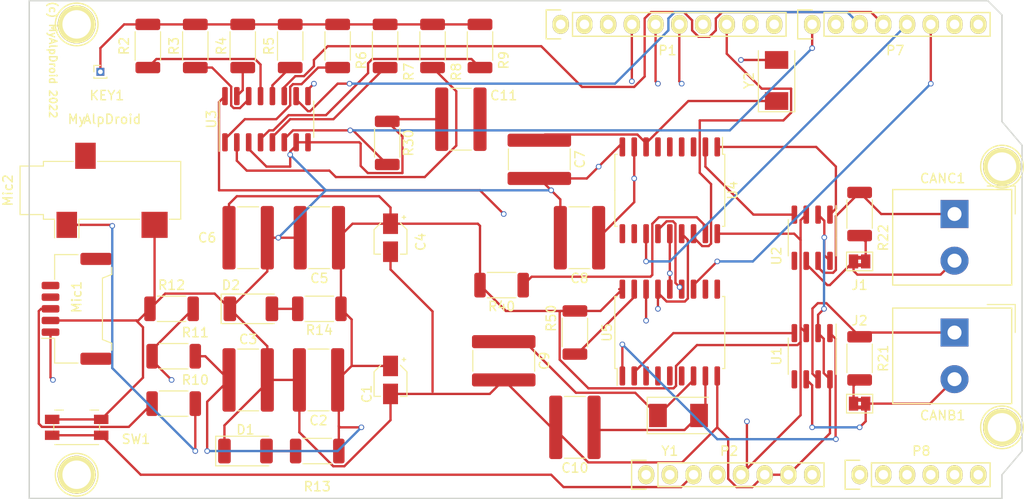
<source format=kicad_pcb>
(kicad_pcb (version 20211014) (generator pcbnew)
  (title_block (title "MyAlpdroid") (date "2022-02-26") (rev "1.0") (company "github.com/myalpdroid"))
  (layers (0 "F.Cu" signal) (1 "In1.Cu" signal) (2 "In2.Cu" signal) (31 "B.Cu" signal) (34 "B.Paste" user) (35 "F.Paste" user) (36 "B.SilkS" user "B.Silkscreen") (37 "F.SilkS" user "F.Silkscreen") (38 "B.Mask" user) (39 "F.Mask" user) (44 "Edge.Cuts" user))
  (net 0 "")
  (net 1 "/IOREF")
  (net 2 "/Reset")
  (net 3 "+5V")
  (net 4 "GND")
  (net 5 "/Vin")
  (net 6 "/11(MOSI)")
  (net 7 "Net-(C7-Pad1)")
  (net 8 "/10(CS CAN 1)")
  (net 9 "/9(CS CAN 0)")
  (net 10 "/7 (KEY 1 Enabler)")
  (net 11 "/6 (Data 2)")
  (net 12 "/3(**)")
  (net 13 "/2")
  (net 14 "Net-(C8-Pad1)")
  (net 15 "Net-(C10-Pad1)")
  (net 16 "Net-(CANB1-Pad1)")
  (net 17 "Net-(CANB1-Pad2)")
  (net 18 "Net-(CANC1-Pad1)")
  (net 19 "Net-(CANC1-Pad2)")
  (net 20 "/13(SCK)")
  (net 21 "Net-(D1-Pad2)")
  (net 22 "Net-(D2-Pad2)")
  (net 23 "/12(MISO)")
  (net 24 "Net-(J1-Pad2)")
  (net 25 "Net-(J2-Pad2)")
  (net 26 "Net-(Mic2-PadS)")
  (net 27 "/5 (Data 1)")
  (net 28 "/4 (Data 0)")
  (net 37 "Net-(R2-Pad2)")
  (net 38 "Net-(R3-Pad1)")
  (net 39 "Net-(R4-Pad1)")
  (net 40 "Net-(R5-Pad1)")
  (net 41 "Net-(R6-Pad1)")
  (net 42 "Net-(R7-Pad1)")
  (net 43 "Net-(R8-Pad1)")
  (net 44 "Net-(R9-Pad1)")
  (net 45 "Net-(R40-Pad1)")
  (net 46 "Net-(R50-Pad1)")
  (net 47 "Net-(U1-Pad1)")
  (net 48 "Net-(U1-Pad4)")
  (net 50 "Net-(U2-Pad1)")
  (net 51 "Net-(U2-Pad4)")
  (net 66 "Net-(Mic1-Pad3)")
  (net 67 "Net-(Mic1-Pad1)")
  (net 77 "Net-(C9-Pad1)")
  (net 78 "Net-(KEY1-Pad1)")
  (footprint "Socket_Arduino_Uno:Socket_Strip_Arduino_1x08" (layer "F.Cu") (at 138.938 123.825)
    (fp_text reference "P2")
    (fp_text value "Power")
  )
  (footprint "Socket_Arduino_Uno:Socket_Strip_Arduino_1x06" (layer "F.Cu") (at 161.798 123.825)
    (fp_text reference "P8")
    (fp_text value "Analog")
  )
  (footprint "Socket_Arduino_Uno:Socket_Strip_Arduino_1x10" (layer "F.Cu") (at 129.794 75.565)
    (fp_text reference "P1")
    (fp_text value "Digital")
  )
  (footprint "Socket_Arduino_Uno:Socket_Strip_Arduino_1x08" (layer "F.Cu") (at 156.718 75.565)
    (fp_text reference "P7")
    (fp_text value "Digital")
  )
  (footprint "Socket_Arduino_Uno:Arduino_1pin" (layer "F.Cu") (at 77.978 123.825)
    (fp_text reference "P3" hide)
    (fp_text value "CONN_01X01" hide)
  )
  (footprint "Socket_Arduino_Uno:Arduino_1pin" (layer "F.Cu") (at 177.038 118.745)
    (fp_text reference "P4" hide)
    (fp_text value "CONN_01X01" hide)
  )
  (footprint "Socket_Arduino_Uno:Arduino_1pin" (layer "F.Cu") (at 77.978 75.565)
    (fp_text reference "P5" hide)
    (fp_text value "CONN_01X01" hide)
  )
  (footprint "Socket_Arduino_Uno:Arduino_1pin" (layer "F.Cu") (at 177.038 90.805)
    (fp_text reference "P6" hide)
    (fp_text value "CONN_01X01" hide)
  )
  (footprint "Capacitor_SMD:CP_Elec_3x5.3" (layer "F.Cu") (at 111.578 98.425 -90)
    (fp_text reference "C4")
    (fp_text value "10uF/16V")
  )
  (footprint "Capacitor_SMD:C_1825_4564Metric" (layer "F.Cu") (at 131.318 118.745 180)
    (fp_text reference "C10")
    (fp_text value "22pF")
  )
  (footprint "Package_SO:SOIC-18W_7.5x11.6mm_P1.27mm" (layer "F.Cu") (at 141.478 93.345 -90)
    (fp_text reference "U4")
    (fp_text value "MCP2515-xSO")
  )
  (footprint "Capacitor_SMD:C_1825_4564Metric" (layer "F.Cu") (at 103.958 98.425 180)
    (fp_text reference "C5")
    (fp_text value "0.1uF")
  )
  (footprint "Package_SO:SOIC-8_3.9x4.9mm_P1.27mm" (layer "F.Cu") (at 156.718 111.125 -90)
    (fp_text reference "U1")
    (fp_text value "TJA1051T-3")
  )
  (footprint "Resistor_SMD:R_2010_5025Metric" (layer "F.Cu") (at 100.838 77.8775 90)
    (fp_text reference "R5")
    (fp_text value "22K")
  )
  (footprint "Capacitor_SMD:C_1825_4564Metric" (layer "F.Cu") (at 119.108 85.725)
    (fp_text reference "C11")
    (fp_text value "0.1uF")
  )
  (footprint "Jumper:SolderJumper-2_P1.3mm_Bridged2Bar_Pad1.0x1.5mm" (layer "F.Cu") (at 161.798 116.205 180)
    (fp_text reference "J2")
    (fp_text value "Conn_01x02_Male")
  )
  (footprint "Capacitor_SMD:C_1825_4564Metric" (layer "F.Cu") (at 96.338 113.665)
    (fp_text reference "C3")
    (fp_text value "0.1uF")
  )
  (footprint "Resistor_SMD:R_2010_5025Metric" (layer "F.Cu") (at 110.998 77.8775 90)
    (fp_text reference "R7")
    (fp_text value "47K")
  )
  (footprint "Capacitor_SMD:C_1825_4564Metric" (layer "F.Cu") (at 123.698 111.615 -90)
    (fp_text reference "C9")
    (fp_text value "22pF")
  )
  (footprint "LED_SMD:LED_2010_5025Metric" (layer "F.Cu") (at 96.628 106.045)
    (fp_text reference "D2")
    (fp_text value "LED")
  )
  (footprint "Resistor_SMD:R_2010_5025Metric" (layer "F.Cu") (at 95.758 77.8775 90)
    (fp_text reference "R4")
    (fp_text value "15K")
  )
  (footprint "Crystal:Crystal_SMD_0603-2Pin_6.0x3.5mm" (layer "F.Cu") (at 142.408 117.475)
    (fp_text reference "Y1")
    (fp_text value "Crystal")
  )
  (footprint "Resistor_SMD:R_2010_5025Metric" (layer "F.Cu") (at 161.798 95.885 90)
    (fp_text reference "R22")
    (fp_text value "120")
  )
  (footprint "Resistor_SMD:R_2010_5025Metric" (layer "F.Cu") (at 105.918 77.8775 90)
    (fp_text reference "R6")
    (fp_text value "33K")
  )
  (footprint "Resistor_SMD:R_2010_5025Metric" (layer "F.Cu") (at 85.598 77.8775 -90)
    (fp_text reference "R2")
    (fp_text value "4,7K")
  )
  (footprint "Resistor_SMD:R_2010_5025Metric" (layer "F.Cu") (at 88.3655 111.125 180)
    (fp_text reference "R11")
    (fp_text value "2,2K")
  )
  (footprint "Resistor_SMD:R_2010_5025Metric" (layer "F.Cu") (at 103.7305 121.285 180)
    (fp_text reference "R13")
    (fp_text value "1K")
  )
  (footprint "Button_Switch_SMD:Panasonic_EVQPUJ_EVQPUA" (layer "F.Cu") (at 77.978 118.745)
    (fp_text reference "SW1")
    (fp_text value "SW_Push")
  )
  (footprint "Crystal:Crystal_SMD_0603-2Pin_6.0x3.5mm" (layer "F.Cu") (at 152.908 81.575 90)
    (fp_text reference "Y2")
    (fp_text value "Crystal")
  )
  (footprint "Resistor_SMD:R_2010_5025Metric" (layer "F.Cu") (at 121.158 77.8775 90)
    (fp_text reference "R9")
    (fp_text value "100K")
  )
  (footprint "Connector_PinHeader_1.00mm:PinHeader_1x01_P1.00mm_Vertical" (layer "F.Cu") (at 80.518 80.645)
    (fp_text reference "KEY1")
    (fp_text value "Key 1")
  )
  (footprint "Package_SO:SOIC-8_3.9x4.9mm_P1.27mm" (layer "F.Cu") (at 156.718 98.425 -90)
    (fp_text reference "U2")
    (fp_text value "TJA1051T-3")
  )
  (footprint "Package_SO:SOIC-18W_7.5x11.6mm_P1.27mm" (layer "F.Cu") (at 141.478 108.585 90)
    (fp_text reference "U5")
    (fp_text value "MCP2515-xSO")
  )
  (footprint "LED_SMD:LED_2010_5025Metric" (layer "F.Cu") (at 96.048 121.285)
    (fp_text reference "D1")
    (fp_text value "LED")
  )
  (footprint "Resistor_SMD:R_2010_5025Metric" (layer "F.Cu") (at 90.678 77.8775 90)
    (fp_text reference "R3")
    (fp_text value "10K")
  )
  (footprint "Resistor_SMD:R_2010_5025Metric" (layer "F.Cu") (at 123.4705 103.505 180)
    (fp_text reference "R40")
    (fp_text value "10K")
  )
  (footprint "Package_SO:SOIC-16_3.9x9.9mm_P1.27mm" (layer "F.Cu") (at 98.298 85.725 90)
    (fp_text reference "U3")
    (fp_text value "74HC4051D")
  )
  (footprint "Resistor_SMD:R_2010_5025Metric" (layer "F.Cu") (at 131.318 108.585 90)
    (fp_text reference "R50")
    (fp_text value "10K")
  )
  (footprint "Connector_Molex:Molex_Panelmate_53780-0570_1x05-1MP_P1.25mm_Horizontal" (layer "F.Cu") (at 77.978 106.045 90)
    (fp_text reference "Mic1")
    (fp_text value "Connecteur Alpine")
  )
  (footprint "Resistor_SMD:R_2010_5025Metric" (layer "F.Cu") (at 88.138 106.045)
    (fp_text reference "R12")
    (fp_text value "20K")
  )
  (footprint "TerminalBlock_Altech:Altech_AK300_1x02_P5.00mm_45-Degree" (layer "F.Cu") (at 171.958 108.585 -90)
    (fp_text reference "CANB1")
    (fp_text value "Screw_Terminal_01x02")
  )
  (footprint "Connector_Audio:Jack_3.5mm_CUI_SJ-3523-SMT_Horizontal" (layer "F.Cu") (at 80.518 93.345 90)
    (fp_text reference "Mic2")
    (fp_text value "AudioJack Android HU")
  )
  (footprint "Capacitor_SMD:CP_Elec_3x5.3" (layer "F.Cu") (at 111.578 113.665 -90)
    (fp_text reference "C1")
    (fp_text value "10uF/16V")
  )
  (footprint "Resistor_SMD:R_2010_5025Metric" (layer "F.Cu") (at 103.958 106.045 180)
    (fp_text reference "R14")
    (fp_text value "1K")
  )
  (footprint "Capacitor_SMD:C_1825_4564Metric" (layer "F.Cu") (at 103.868 113.665 180)
    (fp_text reference "C2")
    (fp_text value "0.1uF")
  )
  (footprint "Resistor_SMD:R_2010_5025Metric" (layer "F.Cu") (at 161.798 111.3525 90)
    (fp_text reference "R21")
    (fp_text value "120")
  )
  (footprint "Capacitor_SMD:C_1825_4564Metric" (layer "F.Cu") (at 96.338 98.425)
    (fp_text reference "C6")
    (fp_text value "0.1uF")
  )
  (footprint "Capacitor_SMD:C_1825_4564Metric" (layer "F.Cu") (at 127.508 90.025 -90)
    (fp_text reference "C7")
    (fp_text value "22pF")
  )
  (footprint "Resistor_SMD:R_2010_5025Metric" (layer "F.Cu") (at 88.3655 116.205)
    (fp_text reference "R10")
    (fp_text value "150K")
  )
  (footprint "Jumper:SolderJumper-2_P1.3mm_Bridged2Bar_Pad1.0x1.5mm" (layer "F.Cu") (at 161.798 100.965)
    (fp_text reference "J1")
    (fp_text value "Conn_01x02_Male")
  )
  (footprint "Resistor_SMD:R_2010_5025Metric" (layer "F.Cu") (at 111.2255 88.265 -90)
    (fp_text reference "R30")
    (fp_text value "10K")
  )
  (footprint "TerminalBlock_Altech:Altech_AK300_1x02_P5.00mm_45-Degree" (layer "F.Cu") (at 171.958 95.885 -90)
    (fp_text reference "CANC1")
    (fp_text value "Screw_Terminal_01x02")
  )
  (footprint "Resistor_SMD:R_2010_5025Metric" (layer "F.Cu") (at 116.078 77.8775 90)
    (fp_text reference "R8")
    (fp_text value "68K")
  )
  (footprint "Capacitor_SMD:C_1825_4564Metric" (layer "F.Cu") (at 131.808 98.425 180)
    (fp_text reference "C8")
    (fp_text value "22pF")
  )
  (gr_line (start 179.188 88.519) (end 177.038 85.979) (layer "Edge.Cuts") (width 0.15))
  (gr_line (start 177.038 126.365) (end 177.038 123.825) (layer "Edge.Cuts") (width 0.15))
  (gr_line (start 177.038 74.549) (end 177.038 85.979) (layer "Edge.Cuts") (width 0.15))
  (gr_line (start 177.038 74.549) (end 175.514 73.025) (layer "Edge.Cuts") (width 0.15))
  (gr_line (start 177.038 123.825) (end 179.188 121.285) (layer "Edge.Cuts") (width 0.15))
  (gr_line (start 175.514 73.025) (end 72.898 73.025) (layer "Edge.Cuts") (width 0.15))
  (gr_line (start 179.188 121.285) (end 179.188 88.519) (layer "Edge.Cuts") (width 0.15))
  (gr_line (start 72.898 126.365) (end 177.038 126.365) (layer "Edge.Cuts") (width 0.15))
  (gr_line (start 72.898 73.025) (end 72.898 126.365) (layer "Edge.Cuts") (width 0.15))
  (gr_text "AlpDroid" (at 81.788 85.725) (layer "F.SilkS") (effects (font (size 1 1))))
  (gr_text "My" (at 77.978 85.725) (layer "F.SilkS") (effects (font (size 1 1))))
  (gr_text "(c) MyAlpDroid 2022" (at 75.438 73.025 270) (layer "F.SilkS") (effects (font (size 0.8 0.8)) (justify left)))
  (segment (start 84.833 123.825) (end 128.778 123.825) (width 0.25) (layer "F.Cu") (net 2))
  (segment (start 142.69748 125.14552) (end 144.018 123.825) (width 0.25) (layer "F.Cu") (net 2))
  (segment (start 128.778 123.825) (end 130.09852 125.14552) (width 0.25) (layer "F.Cu") (net 2))
  (segment (start 130.09852 125.14552) (end 142.69748 125.14552) (width 0.25) (layer "F.Cu") (net 2))
  (segment (start 80.603 119.595) (end 84.833 123.825) (width 0.25) (layer "F.Cu") (net 2))
  (segment (start 75.353 119.595) (end 80.603 119.595) (width 0.25) (layer "F.Cu") (net 2))
  (segment (start 94.288 113.665) (end 91.748 111.125) (width 0.25) (layer "F.Cu") (net 3))
  (segment (start 155.47848 108.04548) (end 156.083 108.65) (width 0.25) (layer "F.Cu") (net 3))
  (segment (start 107.418 112.165) (end 107.418 107.1925) (width 0.25) (layer "F.Cu") (net 3))
  (segment (start 120.928 96.925) (end 111.578 96.925) (width 0.25) (layer "F.Cu") (net 3))
  (segment (start 136.398 103.935) (end 136.058791 103.935) (width 0.25) (layer "F.Cu") (net 3))
  (segment (start 106.043 118.62) (end 106.168 118.745) (width 0.25) (layer "F.Cu") (net 3))
  (segment (start 149.098 123.825) (end 155.47848 117.44452) (width 0.25) (layer "F.Cu") (net 3))
  (segment (start 129.68848 106.40452) (end 129.8205 106.2725) (width 0.25) (layer "F.Cu") (net 3))
  (segment (start 121.158 97.155) (end 121.158 103.505) (width 0.25) (layer "F.Cu") (net 3))
  (segment (start 146.558 97.995) (end 154.795788 97.995) (width 0.25) (layer "F.Cu") (net 3))
  (segment (start 106.168 118.745) (end 108.458 118.745) (width 0.25) (layer "F.Cu") (net 3))
  (segment (start 93.218 93.345) (end 93.218 83.885) (width 0.25) (layer "F.Cu") (net 3))
  (segment (start 144.385692 109.92952) (end 142.14348 112.171732) (width 0.25) (layer "F.Cu") (net 3))
  (segment (start 121.158 103.505) (end 123.9255 106.2725) (width 0.25) (layer "F.Cu") (net 3))
  (segment (start 111.578 112.165) (end 107.418 112.165) (width 0.25) (layer "F.Cu") (net 3))
  (segment (start 131.318 106.2725) (end 134.0605 106.2725) (width 0.25) (layer "F.Cu") (net 3))
  (segment (start 120.928 96.925) (end 121.158 97.155) (width 0.25) (layer "F.Cu") (net 3))
  (segment (start 129.68848 111.489689) (end 129.68848 106.40452) (width 0.25) (layer "F.Cu") (net 3))
  (segment (start 106.2705 98.6875) (end 106.008 98.425) (width 0.25) (layer "F.Cu") (net 3))
  (segment (start 142.14348 112.171732) (end 142.14348 114.298268) (width 0.25) (layer "F.Cu") (net 3))
  (segment (start 91.948 116.005) (end 91.948 121.285) (width 0.25) (layer "F.Cu") (net 3))
  (segment (start 107.418 112.165) (end 105.918 113.665) (width 0.25) (layer "F.Cu") (net 3))
  (segment (start 94.288 98.425) (end 94.288 94.815) (width 0.25) (layer "F.Cu") (net 3))
  (segment (start 106.2705 106.045) (end 106.2705 98.6875) (width 0.25) (layer "F.Cu") (net 3))
  (segment (start 121.158 93.345) (end 93.218 93.345) (width 0.25) (layer "F.Cu") (net 3))
  (segment (start 91.748 111.125) (end 90.678 111.125) (width 0.25) (layer "F.Cu") (net 3))
  (segment (start 149.098 123.825) (end 149.733 123.19) (width 0.25) (layer "F.Cu") (net 3))
  (segment (start 95.123 93.98) (end 110.363 93.98) (width 0.25) (layer "F.Cu") (net 3))
  (segment (start 110.363 93.98) (end 111.578 95.195) (width 0.25) (layer "F.Cu") (net 3))
  (segment (start 107.508 96.925) (end 111.578 96.925) (width 0.25) (layer "F.Cu") (net 3))
  (segment (start 134.0605 106.2725) (end 136.398 103.935) (width 0.25) (layer "F.Cu") (net 3))
  (segment (start 106.043 118.62) (end 106.043 113.79) (width 0.25) (layer "F.Cu") (net 3))
  (segment (start 132.763311 114.56452) (end 129.68848 111.489689) (width 0.25) (layer "F.Cu") (net 3))
  (segment (start 129.8205 106.2725) (end 131.318 106.2725) (width 0.25) (layer "F.Cu") (net 3))
  (segment (start 156.083 95.95) (end 155.47848 96.55452) (width 0.25) (layer "F.Cu") (net 3))
  (segment (start 93.218 83.885) (end 93.853 83.25) (width 0.25) (layer "F.Cu") (net 3))
  (segment (start 141.877228 114.56452) (end 132.763311 114.56452) (width 0.25) (layer "F.Cu") (net 3))
  (segment (start 107.418 107.1925) (end 106.2705 106.045) (width 0.25) (layer "F.Cu") (net 3))
  (segment (start 123.9255 106.2725) (end 129.8205 106.2725) (width 0.25) (layer "F.Cu") (net 3))
  (segment (start 149.733 123.19) (end 149.733 118.11) (width 0.25) (layer "F.Cu") (net 3))
  (segment (start 121.158 93.345) (end 123.698 95.885) (width 0.25) (layer "F.Cu") (net 3))
  (segment (start 155.47848 117.44452) (end 155.47848 96.55452) (width 0.25) (layer "F.Cu") (net 3))
  (segment (start 106.043 113.79) (end 105.918 113.665) (width 0.25) (layer "F.Cu") (net 3))
  (segment (start 142.14348 114.298268) (end 141.877228 114.56452) (width 0.25) (layer "F.Cu") (net 3))
  (segment (start 111.578 95.195) (end 111.578 96.925) (width 0.25) (layer "F.Cu") (net 3))
  (segment (start 94.288 113.665) (end 91.948 116.005) (width 0.25) (layer "F.Cu") (net 3))
  (segment (start 106.008 98.425) (end 107.508 96.925) (width 0.25) (layer "F.Cu") (net 3))
  (segment (start 106.043 121.285) (end 106.043 118.62) (width 0.25) (layer "F.Cu") (net 3))
  (segment (start 94.288 94.815) (end 95.123 93.98) (width 0.25) (layer "F.Cu") (net 3))
  (segment (start 155.47848 109.602308) (end 155.151268 109.92952) (width 0.25) (layer "F.Cu") (net 3))
  (segment (start 155.151268 109.92952) (end 144.385692 109.92952) (width 0.25) (layer "F.Cu") (net 3))
  (segment (start 154.795788 97.995) (end 155.47848 98.677692) (width 0.25) (layer "F.Cu") (net 3))
  (via (at 108.458 118.745) (size 0.6) (drill 0.4) (layers "F.Cu" "B.Cu") (net 3))
  (via (at 123.698 95.885) (size 0.6) (drill 0.4) (layers "F.Cu" "B.Cu") (net 3))
  (via (at 91.948 121.285) (size 0.6) (drill 0.4) (layers "F.Cu" "B.Cu") (net 3))
  (via (at 149.733 118.11) (size 0.6) (drill 0.4) (layers "F.Cu" "B.Cu") (net 3))
  (segment (start 91.948 121.285) (end 105.918 121.285) (width 0.25) (layer "B.Cu") (net 3))
  (segment (start 105.918 121.285) (end 108.458 118.745) (width 0.25) (layer "B.Cu") (net 3))
  (segment (start 105.450811 122.91452) (end 106.635189 122.91452) (width 0.25) (layer "F.Cu") (net 4))
  (segment (start 111.578 101.82921) (end 116.078 106.32921) (width 0.25) (layer "F.Cu") (net 4))
  (segment (start 96.393 88.9) (end 96.393 88.2) (width 0.25) (layer "F.Cu") (net 4))
  (segment (start 75.178 107.295) (end 84.348 107.295) (width 0.25) (layer "F.Cu") (net 4))
  (segment (start 111.2255 85.9525) (end 112.85502 87.58202) (width 0.25) (layer "F.Cu") (net 4))
  (segment (start 108.381783 90.728783) (end 108.381783 88.341217) (width 0.25) (layer "F.Cu") (net 4))
  (segment (start 111.578 99.925) (end 111.578 101.82921) (width 0.25) (layer "F.Cu") (net 4))
  (segment (start 157.353 106.68) (end 157.988 106.045) (width 0.25) (layer "F.Cu") (net 4))
  (segment (start 101.908 98.425) (end 99.568 98.425) (width 0.25) (layer "F.Cu") (net 4))
  (segment (start 112.85502 91.48798) (end 112.84848 91.49452) (width 0.25) (layer "F.Cu") (net 4))
  (segment (start 147.72612 119.91312) (end 146.558 118.745) (width 0.25) (layer "F.Cu") (net 4))
  (segment (start 146.558 113.235) (end 146.558 118.745) (width 0.25) (layer "F.Cu") (net 4))
  (segment (start 85.8255 106.045) (end 87.45502 104.41548) (width 0.25) (layer "F.Cu") (net 4))
  (segment (start 128.778 93.345) (end 127.508 92.075) (width 0.25) (layer "F.Cu") (net 4))
  (segment (start 158.623 100.9) (end 158.01848 100.29548) (width 0.25) (layer "F.Cu") (net 4))
  (segment (start 108.240566 88.2) (end 102.743 88.2) (width 0.25) (layer "F.Cu") (net 4))
  (segment (start 101.818 113.665) (end 101.818 119.281709) (width 0.25) (layer "F.Cu") (net 4))
  (segment (start 101.818 119.281709) (end 105.450811 122.91452) (width 0.25) (layer "F.Cu") (net 4))
  (segment (start 100.838 90.805) (end 98.298 90.805) (width 0.25) (layer "F.Cu") (net 4))
  (segment (start 98.388 113.665) (end 98.388 113.94921) (width 0.25) (layer "F.Cu") (net 4))
  (segment (start 85.07675 108.02375) (end 84.348 107.295) (width 0.25) (layer "F.Cu") (net 4))
  (segment (start 148.614149 125.14552) (end 147.72612 124.257491) (width 0.25) (layer "F.Cu") (net 4))
  (segment (start 98.298 90.805) (end 96.393 88.9) (width 0.25) (layer "F.Cu") (net 4))
  (segment (start 98.388 110.055) (end 98.388 113.665) (width 0.25) (layer "F.Cu") (net 4))
  (segment (start 112.85502 87.58202) (end 112.85502 91.48798) (width 0.25) (layer "F.Cu") (net 4))
  (segment (start 112.84848 91.49452) (end 109.14752 91.49452) (width 0.25) (layer "F.Cu") (net 4))
  (segment (start 102.743 88.2) (end 101.473 88.2) (width 0.25) (layer "F.Cu") (net 4))
  (segment (start 129.758 98.425) (end 129.758 94.325) (width 0.25) (layer "F.Cu") (net 4))
  (segment (start 106.635189 122.91452) (end 111.578 117.971709) (width 0.25) (layer "F.Cu") (net 4))
  (segment (start 109.14752 91.49452) (end 108.381783 90.728783) (width 0.25) (layer "F.Cu") (net 4))
  (segment (start 157.95752 112.93452) (end 158.623 113.6) (width 0.25) (layer "F.Cu") (net 4))
  (segment (start 100.838 89.182788) (end 100.838 89.535) (width 0.25) (layer "F.Cu") (net 4))
  (segment (start 94.378 106.045) (end 98.388 110.055) (width 0.25) (layer "F.Cu") (net 4))
  (segment (start 92.74848 104.41548) (end 94.378 106.045) (width 0.25) (layer "F.Cu") (net 4))
  (segment (start 158.01848 98.39452) (end 158.01848 96.61548) (width 0.25) (layer "F.Cu") (net 4))
  (segment (start 157.95752 109.25452) (end 157.95752 112.93452) (width 0.25) (layer "F.Cu") (net 4))
  (segment (start 98.388 102.035) (end 94.378 106.045) (width 0.25) (layer "F.Cu") (net 4))
  (segment (start 111.578 115.165) (end 122.198 115.165) (width 0.25) (layer "F.Cu") (net 4))
  (segment (start 150.31748 125.14552) (end 148.614149 125.14552) (width 0.25) (layer "F.Cu") (net 4))
  (segment (start 122.198 115.165) (end 123.698 113.665) (width 0.25) (layer "F.Cu") (net 4))
  (segment (start 129.268 119.02921) (end 129.268 118.745) (width 0.25) (layer "F.Cu") (net 4))
  (segment (start 146.558 118.745) (end 142.79852 122.50448) (width 0.25) (layer "F.Cu") (net 4))
  (segment (start 99.568 98.425) (end 98.388 98.425) (width 0.25) (layer "F.Cu") (net 4))
  (segment (start 123.698 113.665) (end 128.778 118.745) (width 0.25) (layer "F.Cu") (net 4))
  (segment (start 158.623 113.6) (end 158.623 119.38) (width 0.25) (layer "F.Cu") (net 4))
  (segment (start 93.798 118.53921) (end 93.798 121.285) (width 0.25) (layer "F.Cu") (net 4))
  (segment (start 80.603 117.895) (end 75.353 117.895) (width 0.25) (layer "F.Cu") (net 4))
  (segment (start 132.588 92.075) (end 133.858 90.805) (width 0.25) (layer "F.Cu") (net 4))
  (segment (start 129.758 94.325) (end 128.778 93.345) (width 0.25) (layer "F.Cu") (net 4))
  (segment (start 158.01848 100.29548) (end 158.01848 98.39452) (width 0.25) (layer "F.Cu") (net 4))
  (segment (start 151.638 123.825) (end 150.31748 125.14552) (width 0.25) (layer "F.Cu") (net 4))
  (segment (start 158.01848 96.61548) (end 157.353 95.95) (width 0.25) (layer "F.Cu") (net 4))
  (segment (start 142.79852 122.50448) (end 132.74327 122.50448) (width 0.25) (layer "F.Cu") (net 4))
  (segment (start 132.74327 122.50448) (end 129.268 119.02921) (width 0.25) (layer "F.Cu") (net 4))
  (segment (start 85.07675 113.42125) (end 85.07675 108.02375) (width 0.25) (layer "F.Cu") (net 4))
  (segment (start 127.508 92.075) (end 132.588 92.075) (width 0.25) (layer "F.Cu") (net 4))
  (segment (start 84.348 107.295) (end 84.5755 107.295) (width 0.25) (layer "F.Cu") (net 4))
  (segment (start 101.473 88.2) (end 101.473 88.547788) (width 0.25) (layer "F.Cu") (net 4))
  (segment (start 98.388 113.94921) (end 93.798 118.53921) (width 0.25) (layer "F.Cu") (net 4))
  (segment (start 111.453 85.725) (end 111.2255 85.9525) (width 0.25) (layer "F.Cu") (net 4))
  (segment (start 84.5755 107.295) (end 85.8255 106.045) (width 0.25) (layer "F.Cu") (net 4))
  (segment (start 157.353 108.65) (end 157.353 106.68) (width 0.25) (layer "F.Cu") (net 4))
  (segment (start 111.578 117.971709) (end 111.578 115.165) (width 0.25) (layer "F.Cu") (net 4))
  (segment (start 108.381783 88.341217) (end 108.240566 88.2) (width 0.25) (layer "F.Cu") (net 4))
  (segment (start 98.388 113.665) (end 101.818 113.665) (width 0.25) (layer "F.Cu") (net 4))
  (segment (start 117.058 85.725) (end 111.453 85.725) (width 0.25) (layer "F.Cu") (net 4))
  (segment (start 116.078 106.32921) (end 116.078 114.935) (width 0.25) (layer "F.Cu") (net 4))
  (segment (start 101.473 88.547788) (end 100.838 89.182788) (width 0.25) (layer "F.Cu") (net 4))
  (segment (start 100.838 89.535) (end 100.838 90.805) (width 0.25) (layer "F.Cu") (net 4))
  (segment (start 86.318 105.5525) (end 86.318 97.045) (width 0.25) (layer "F.Cu") (net 4))
  (segment (start 137.414 75.565) (end 137.414 81.661) (width 0.25) (layer "F.Cu") (net 4))
  (segment (start 147.72612 124.257491) (end 147.72612 119.91312) (width 0.25) (layer "F.Cu") (net 4))
  (segment (start 80.603 117.895) (end 85.07675 113.42125) (width 0.25) (layer "F.Cu") (net 4))
  (segment (start 98.388 98.425) (end 98.388 102.035) (width 0.25) (layer "F.Cu") (net 4))
  (segment (start 158.623 119.38) (end 154.178 123.825) (width 0.25) (layer "F.Cu") (net 4))
  (segment (start 87.45502 104.41548) (end 92.74848 104.41548) (width 0.25) (layer "F.Cu") (net 4))
  (segment (start 133.858 90.805) (end 136.398 88.265) (width 0.25) (layer "F.Cu") (net 4))
  (segment (start 128.778 118.745) (end 129.268 118.745) (width 0.25) (layer "F.Cu") (net 4))
  (segment (start 151.638 123.825) (end 154.178 123.825) (width 0.25) (layer "F.Cu") (net 4))
  (segment (start 157.353 108.65) (end 157.95752 109.25452) (width 0.25) (layer "F.Cu") (net 4))
  (via (at 100.838 89.535) (size 0.6) (drill 0.4) (layers "F.Cu" "B.Cu") (net 4))
  (via (at 128.778 93.345) (size 0.6) (drill 0.4) (layers "F.Cu" "B.Cu") (net 4))
  (via (at 157.988 106.045) (size 0.6) (drill 0.4) (layers "F.Cu" "B.Cu") (net 4))
  (via (at 133.858 90.805) (size 0.6) (drill 0.4) (layers "F.Cu" "B.Cu") (net 4))
  (via (at 99.568 98.425) (size 0.6) (drill 0.4) (layers "F.Cu" "B.Cu") (net 4))
  (via (at 137.414 81.661) (size 0.6) (drill 0.4) (layers "F.Cu" "B.Cu") (net 4))
  (via (at 158.01848 98.39452) (size 0.6) (drill 0.4) (layers "F.Cu" "B.Cu") (net 4))
  (segment (start 128.778 93.345) (end 104.648 93.345) (width 0.25) (layer "B.Cu") (net 4))
  (segment (start 157.988 98.425) (end 157.988 106.045) (width 0.25) (layer "B.Cu") (net 4))
  (segment (start 158.01848 98.39452) (end 157.988 98.425) (width 0.25) (layer "B.Cu") (net 4))
  (segment (start 99.568 98.425) (end 104.648 93.345) (width 0.25) (layer "B.Cu") (net 4))
  (segment (start 104.648 93.345) (end 100.838 89.535) (width 0.25) (layer "B.Cu") (net 4))
  (segment (start 141.139732 105.26452) (end 143.086268 105.26452) (width 0.25) (layer "F.Cu") (net 6))
  (segment (start 143.086268 105.26452) (end 143.41348 104.937308) (width 0.25) (layer "F.Cu") (net 6))
  (segment (start 140.208 104.332788) (end 141.139732 105.26452) (width 0.25) (layer "F.Cu") (net 6))
  (segment (start 140.208 106.045) (end 140.208 103.935) (width 0.25) (layer "F.Cu") (net 6))
  (segment (start 143.41348 104.937308) (end 143.41348 98.66048) (width 0.25) (layer "F.Cu") (net 6))
  (segment (start 143.41348 98.66048) (end 142.748 97.995) (width 0.25) (layer "F.Cu") (net 6))
  (via (at 140.208 106.045) (size 0.6) (drill 0.4) (layers "F.Cu" "B.Cu") (net 6))
  (segment (start 138.006268 87.36548) (end 138.938 88.297212) (width 0.25) (layer "F.Cu") (net 7))
  (segment (start 152.908 83.775) (end 143.460212 83.775) (width 0.25) (layer "F.Cu") (net 7))
  (segment (start 127.508 87.975) (end 128.11752 87.36548) (width 0.25) (layer "F.Cu") (net 7))
  (segment (start 138.938 88.297212) (end 138.938 88.695) (width 0.25) (layer "F.Cu") (net 7))
  (segment (start 128.11752 87.36548) (end 138.006268 87.36548) (width 0.25) (layer "F.Cu") (net 7))
  (segment (start 143.460212 83.775) (end 138.938 88.297212) (width 0.25) (layer "F.Cu") (net 7))
  (segment (start 144.949732 99.32452) (end 145.626268 99.32452) (width 0.25) (layer "F.Cu") (net 8))
  (segment (start 153.63752 85.854502) (end 154.462511 85.029511) (width 0.25) (layer "F.Cu") (net 8))
  (segment (start 144.018 97.995) (end 144.018 98.392788) (width 0.25) (layer "F.Cu") (net 8))
  (segment (start 154.462511 85.029511) (end 154.462511 82.453511) (width 0.25) (layer "F.Cu") (net 8))
  (segment (start 144.018 98.392788) (end 144.949732 99.32452) (width 0.25) (layer "F.Cu") (net 8))
  (segment (start 144.68348 85.854502) (end 153.63752 85.854502) (width 0.25) (layer "F.Cu") (net 8))
  (segment (start 145.89252 99.058268) (end 145.89252 92.67952) (width 0.25) (layer "F.Cu") (net 8))
  (segment (start 147.574 78.705909) (end 147.574 75.565) (width 0.25) (layer "F.Cu") (net 8))
  (segment (start 151.321602 82.453511) (end 147.574 78.705909) (width 0.25) (layer "F.Cu") (net 8))
  (segment (start 145.89252 92.67952) (end 144.68348 91.47048) (width 0.25) (layer "F.Cu") (net 8))
  (segment (start 144.68348 91.47048) (end 144.68348 85.854502) (width 0.25) (layer "F.Cu") (net 8))
  (segment (start 145.626268 99.32452) (end 145.89252 99.058268) (width 0.25) (layer "F.Cu") (net 8))
  (segment (start 154.462511 82.453511) (end 151.321602 82.453511) (width 0.25) (layer "F.Cu") (net 8))
  (segment (start 138.938 107.315) (end 138.938 103.935) (width 0.25) (layer "F.Cu") (net 9))
  (via (at 138.938 107.315) (size 0.6) (drill 0.4) (layers "F.Cu" "B.Cu") (net 9))
  (segment (start 100.203 87.852212) (end 100.203 88.2) (width 0.25) (layer "F.Cu") (net 10))
  (segment (start 107.26252 86.92048) (end 101.134732 86.92048) (width 0.25) (layer "F.Cu") (net 10))
  (segment (start 111.2255 90.5775) (end 107.56848 86.92048) (width 0.25) (layer "F.Cu") (net 10))
  (segment (start 107.56848 86.92048) (end 107.26252 86.92048) (width 0.25) (layer "F.Cu") (net 10))
  (segment (start 156.718 75.565) (end 156.718 78.105) (width 0.25) (layer "F.Cu") (net 10))
  (segment (start 101.134732 86.92048) (end 100.203 87.852212) (width 0.25) (layer "F.Cu") (net 10))
  (via (at 107.26252 86.92048) (size 0.6) (drill 0.4) (layers "F.Cu" "B.Cu") (net 10))
  (via (at 156.718 78.105) (size 0.6) (drill 0.4) (layers "F.Cu" "B.Cu") (net 10))
  (segment (start 107.26252 86.92048) (end 147.90252 86.92048) (width 0.25) (layer "B.Cu") (net 10))
  (segment (start 147.90252 86.92048) (end 156.718 78.105) (width 0.25) (layer "B.Cu") (net 10))
  (segment (start 102.743 83.25) (end 102.743 82.55) (width 0.25) (layer "F.Cu") (net 11))
  (segment (start 102.743 82.55) (end 103.378 81.915) (width 0.25) (layer "F.Cu") (net 11))
  (via (at 103.378 81.915) (size 0.6) (drill 0.4) (layers "F.Cu" "B.Cu") (net 11))
  (segment (start 138.938 97.995) (end 138.938 100.965) (width 0.25) (layer "F.Cu") (net 12))
  (via (at 138.938 100.965) (size 0.6) (drill 0.4) (layers "F.Cu" "B.Cu") (net 12))
  (segment (start 141.478 100.965) (end 166.878 75.565) (width 0.25) (layer "B.Cu") (net 12))
  (segment (start 138.938 100.965) (end 141.478 100.965) (width 0.25) (layer "B.Cu") (net 12))
  (segment (start 169.418 75.565) (end 169.418 81.915) (width 0.25) (layer "F.Cu") (net 13))
  (segment (start 146.558 100.965) (end 144.018 103.505) (width 0.25) (layer "F.Cu") (net 13))
  (segment (start 144.018 103.505) (end 144.018 103.935) (width 0.25) (layer "F.Cu") (net 13))
  (via (at 146.558 100.965) (size 0.6) (drill 0.4) (layers "F.Cu" "B.Cu") (net 13))
  (via (at 169.418 81.915) (size 0.6) (drill 0.4) (layers "F.Cu" "B.Cu") (net 13))
  (segment (start 169.418 81.915) (end 150.368 100.965) (width 0.25) (layer "B.Cu") (net 13))
  (segment (start 150.368 100.965) (end 146.558 100.965) (width 0.25) (layer "B.Cu") (net 13))
  (segment (start 152.908 79.375) (end 149.098 79.375) (width 0.25) (layer "F.Cu") (net 14))
  (segment (start 137.668 92.075) (end 137.668 88.695) (width 0.25) (layer "F.Cu") (net 14))
  (segment (start 137.668 94.615) (end 137.668 92.075) (width 0.25) (layer "F.Cu") (net 14))
  (segment (start 133.858 98.425) (end 137.668 94.615) (width 0.25) (layer "F.Cu") (net 14))
  (via (at 149.098 79.375) (size 0.6) (drill 0.4) (layers "F.Cu" "B.Cu") (net 14))
  (via (at 137.668 92.075) (size 0.6) (drill 0.4) (layers "F.Cu" "B.Cu") (net 14))
  (segment (start 144.608 117.475) (end 145.288 116.795) (width 0.25) (layer "F.Cu") (net 15))
  (segment (start 143.053489 119.029511) (end 144.608 117.475) (width 0.25) (layer "F.Cu") (net 15))
  (segment (start 133.652511 119.029511) (end 143.053489 119.029511) (width 0.25) (layer "F.Cu") (net 15))
  (segment (start 133.368 118.745) (end 133.652511 119.029511) (width 0.25) (layer "F.Cu") (net 15))
  (segment (start 145.288 116.795) (end 145.288 113.235) (width 0.25) (layer "F.Cu") (net 15))
  (segment (start 156.74848 106.01452) (end 157.322511 105.440489) (width 0.25) (layer "F.Cu") (net 16))
  (segment (start 162.253 108.585) (end 171.958 108.585) (width 0.25) (layer "F.Cu") (net 16))
  (segment (start 158.238398 105.440489) (end 161.798 109.000091) (width 0.25) (layer "F.Cu") (net 16))
  (segment (start 161.798 109.000091) (end 161.798 109.04) (width 0.25) (layer "F.Cu") (net 16))
  (segment (start 157.353 113.6) (end 156.74848 112.99548) (width 0.25) (layer "F.Cu") (net 16))
  (segment (start 156.74848 112.99548) (end 156.74848 106.01452) (width 0.25) (layer "F.Cu") (net 16))
  (segment (start 161.798 109.04) (end 162.253 108.585) (width 0.25) (layer "F.Cu") (net 16))
  (segment (start 157.322511 105.440489) (end 158.238398 105.440489) (width 0.25) (layer "F.Cu") (net 16))
  (segment (start 156.718 114.235) (end 156.718 118.745) (width 0.25) (layer "F.Cu") (net 17))
  (segment (start 169.338 116.205) (end 171.958 113.585) (width 0.25) (layer "F.Cu") (net 17))
  (segment (start 162.448 116.205) (end 169.338 116.205) (width 0.25) (layer "F.Cu") (net 17))
  (segment (start 162.448 118.095) (end 161.798 118.745) (width 0.25) (layer "F.Cu") (net 17))
  (segment (start 156.083 113.6) (end 156.718 114.235) (width 0.25) (layer "F.Cu") (net 17))
  (segment (start 162.448 116.205) (end 162.448 118.095) (width 0.25) (layer "F.Cu") (net 17))
  (via (at 161.798 118.745) (size 0.6) (drill 0.4) (layers "F.Cu" "B.Cu") (net 17))
  (via (at 156.718 118.745) (size 0.6) (drill 0.4) (layers "F.Cu" "B.Cu") (net 17))
  (segment (start 156.718 118.745) (end 161.798 118.745) (width 0.25) (layer "B.Cu") (net 17))
  (segment (start 157.353 100.9) (end 157.353 101.6) (width 0.25) (layer "F.Cu") (net 18))
  (segment (start 161.798 93.5725) (end 164.1105 95.885) (width 0.25) (layer "F.Cu") (net 18))
  (segment (start 164.1105 95.885) (end 171.958 95.885) (width 0.25) (layer "F.Cu") (net 18))
  (segment (start 159.258 96.1125) (end 161.798 93.5725) (width 0.25) (layer "F.Cu") (net 18))
  (segment (start 157.93252 102.17952) (end 158.961268 102.17952) (width 0.25) (layer "F.Cu") (net 18))
  (segment (start 157.353 101.6) (end 157.93252 102.17952) (width 0.25) (layer "F.Cu") (net 18))
  (segment (start 159.258 101.882788) (end 159.258 96.1125) (width 0.25) (layer "F.Cu") (net 18))
  (segment (start 158.961268 102.17952) (end 159.258 101.882788) (width 0.25) (layer "F.Cu") (net 18))
  (segment (start 161.148 101.965) (end 161.148 100.965) (width 0.25) (layer "F.Cu") (net 19))
  (segment (start 170.458 102.385) (end 161.568 102.385) (width 0.25) (layer "F.Cu") (net 19))
  (segment (start 171.958 100.885) (end 170.458 102.385) (width 0.25) (layer "F.Cu") (net 19))
  (segment (start 158.608 103.505) (end 161.148 100.965) (width 0.25) (layer "F.Cu") (net 19))
  (segment (start 156.083 101.247788) (end 158.340212 103.505) (width 0.25) (layer "F.Cu") (net 19))
  (segment (start 156.083 100.9) (end 156.083 101.247788) (width 0.25) (layer "F.Cu") (net 19))
  (segment (start 161.568 102.385) (end 161.148 101.965) (width 0.25) (layer "F.Cu") (net 19))
  (segment (start 158.340212 103.505) (end 158.608 103.505) (width 0.25) (layer "F.Cu") (net 19))
  (segment (start 141.816268 96.66548) (end 141.139732 96.66548) (width 0.25) (layer "F.Cu") (net 20))
  (segment (start 140.208 97.597212) (end 140.208 97.995) (width 0.25) (layer "F.Cu") (net 20))
  (segment (start 141.139732 96.66548) (end 140.208 97.597212) (width 0.25) (layer "F.Cu") (net 20))
  (segment (start 142.08252 103.26952) (end 142.08252 96.931732) (width 0.25) (layer "F.Cu") (net 20))
  (segment (start 142.08252 96.931732) (end 141.816268 96.66548) (width 0.25) (layer "F.Cu") (net 20))
  (segment (start 139.954 75.565) (end 139.954 81.661) (width 0.25) (layer "F.Cu") (net 20))
  (segment (start 142.533 103.72) (end 142.08252 103.26952) (width 0.25) (layer "F.Cu") (net 20))
  (segment (start 142.748 103.935) (end 142.533 103.72) (width 0.25) (layer "F.Cu") (net 20))
  (segment (start 139.954 81.661) (end 140.208 81.915) (width 0.25) (layer "F.Cu") (net 20))
  (via (at 142.533 103.72) (size 0.6) (drill 0.4) (layers "F.Cu" "B.Cu") (net 20))
  (via (at 140.208 81.915) (size 0.6) (drill 0.4) (layers "F.Cu" "B.Cu") (net 20))
  (segment (start 98.298 121.285) (end 101.418 121.285) (width 0.25) (layer "F.Cu") (net 21))
  (segment (start 101.6455 106.045) (end 98.878 106.045) (width 0.25) (layer "F.Cu") (net 22))
  (segment (start 142.494 81.661) (end 142.748 81.915) (width 0.25) (layer "F.Cu") (net 23))
  (segment (start 141.478 102.235) (end 141.478 97.995) (width 0.25) (layer "F.Cu") (net 23))
  (segment (start 141.478 103.935) (end 141.478 102.235) (width 0.25) (layer "F.Cu") (net 23))
  (segment (start 142.494 75.565) (end 142.494 81.661) (width 0.25) (layer "F.Cu") (net 23))
  (via (at 141.478 102.235) (size 0.6) (drill 0.4) (layers "F.Cu" "B.Cu") (net 23))
  (via (at 142.748 81.915) (size 0.6) (drill 0.4) (layers "F.Cu" "B.Cu") (net 23))
  (segment (start 162.448 98.8475) (end 161.798 98.1975) (width 0.25) (layer "F.Cu") (net 24))
  (segment (start 162.448 100.965) (end 162.448 98.8475) (width 0.25) (layer "F.Cu") (net 24))
  (segment (start 161.148 114.315) (end 161.798 113.665) (width 0.25) (layer "F.Cu") (net 25))
  (segment (start 161.148 116.205) (end 161.148 114.315) (width 0.25) (layer "F.Cu") (net 25))
  (segment (start 76.918 97.045) (end 81.678 97.045) (width 0.25) (layer "F.Cu") (net 26))
  (segment (start 90.678 116.205) (end 90.678 121.285) (width 0.25) (layer "F.Cu") (net 26))
  (segment (start 81.678 97.045) (end 81.788 97.155) (width 0.25) (layer "F.Cu") (net 26))
  (via (at 81.788 97.155) (size 0.6) (drill 0.4) (layers "F.Cu" "B.Cu") (net 26))
  (via (at 90.678 121.285) (size 0.6) (drill 0.4) (layers "F.Cu" "B.Cu") (net 26))
  (segment (start 81.788 112.395) (end 81.788 97.155) (width 0.25) (layer "B.Cu") (net 26))
  (segment (start 90.678 121.285) (end 81.788 112.395) (width 0.25) (layer "B.Cu") (net 26))
  (segment (start 101.473 83.25) (end 101.473 83.82) (width 0.25) (layer "F.Cu") (net 27))
  (segment (start 102.96704 84.86596) (end 105.918 81.915) (width 0.25) (layer "F.Cu") (net 27))
  (segment (start 102.741172 84.86596) (end 102.96704 84.86596) (width 0.25) (layer "F.Cu") (net 27))
  (segment (start 105.918 81.915) (end 107.188 81.915) (width 0.25) (layer "F.Cu") (net 27))
  (segment (start 101.473 83.597788) (end 102.741172 84.86596) (width 0.25) (layer "F.Cu") (net 27))
  (via (at 107.188 81.915) (size 0.6) (drill 0.4) (layers "F.Cu" "B.Cu") (net 27))
  (segment (start 160.47748 74.24448) (end 161.798 75.565) (width 0.25) (layer "B.Cu") (net 27))
  (segment (start 142.010149 74.24448) (end 160.47748 74.24448) (width 0.25) (layer "B.Cu") (net 27))
  (segment (start 107.188 81.915) (end 135.612131 81.915) (width 0.25) (layer "B.Cu") (net 27))
  (segment (start 135.612131 81.915) (end 141.32588 76.201251) (width 0.25) (layer "B.Cu") (net 27))
  (segment (start 141.32588 74.928749) (end 142.010149 74.24448) (width 0.25) (layer "B.Cu") (net 27))
  (segment (start 141.32588 76.201251) (end 141.32588 74.928749) (width 0.25) (layer "B.Cu") (net 27))
  (segment (start 101.390758 81.10702) (end 102.308546 81.10702) (width 0.25) (layer "F.Cu") (net 28))
  (segment (start 100.203 82.294778) (end 101.390758 81.10702) (width 0.25) (layer "F.Cu") (net 28))
  (segment (start 144.550149 76.88552) (end 145.721611 76.88552) (width 0.25) (layer "F.Cu") (net 28))
  (segment (start 132.075489 82.265511) (end 137.664398 82.265511) (width 0.25) (layer "F.Cu") (net 28))
  (segment (start 138.78588 74.928749) (end 139.470149 74.24448) (width 0.25) (layer "F.Cu") (net 28))
  (segment (start 138.78588 81.144029) (end 138.78588 74.928749) (width 0.25) (layer "F.Cu") (net 28))
  (segment (start 104.851489 77.901511) (end 127.711489 77.901511) (width 0.25) (layer "F.Cu") (net 28))
  (segment (start 137.664398 82.265511) (end 138.78588 81.144029) (width 0.25) (layer "F.Cu") (net 28))
  (segment (start 103.378 80.037566) (end 103.378 79.375) (width 0.25) (layer "F.Cu") (net 28))
  (segment (start 143.86588 76.201251) (end 144.550149 76.88552) (width 0.25) (layer "F.Cu") (net 28))
  (segment (start 103.378 79.375) (end 104.851489 77.901511) (width 0.25) (layer "F.Cu") (net 28))
  (segment (start 100.203 83.25) (end 100.203 82.294778) (width 0.25) (layer "F.Cu") (net 28))
  (segment (start 139.470149 74.24448) (end 142.977851 74.24448) (width 0.25) (layer "F.Cu") (net 28))
  (segment (start 102.308546 81.10702) (end 103.378 80.037566) (width 0.25) (layer "F.Cu") (net 28))
  (segment (start 127.711489 77.901511) (end 132.075489 82.265511) (width 0.25) (layer "F.Cu") (net 28))
  (segment (start 145.721611 76.88552) (end 146.40588 76.201251) (width 0.25) (layer "F.Cu") (net 28))
  (segment (start 146.40588 74.928749) (end 147.090149 74.24448) (width 0.25) (layer "F.Cu") (net 28))
  (segment (start 142.977851 74.24448) (end 143.86588 75.132509) (width 0.25) (layer "F.Cu") (net 28))
  (segment (start 146.40588 76.201251) (end 146.40588 74.928749) (width 0.25) (layer "F.Cu") (net 28))
  (segment (start 147.090149 74.24448) (end 163.01748 74.24448) (width 0.25) (layer "F.Cu") (net 28))
  (segment (start 163.01748 74.24448) (end 164.338 75.565) (width 0.25) (layer "F.Cu") (net 28))
  (segment (start 143.86588 75.132509) (end 143.86588 76.201251) (width 0.25) (layer "F.Cu") (net 28))
  (segment (start 85.598 80.19) (end 86.51502 79.27298) (width 0.25) (layer "F.Cu") (net 37))
  (segment (start 97.663 79.873291) (end 97.663 83.25) (width 0.25) (layer "F.Cu") (net 37))
  (segment (start 97.062689 79.27298) (end 97.663 79.873291) (width 0.25) (layer "F.Cu") (net 37))
  (segment (start 86.51502 79.27298) (end 97.062689 79.27298) (width 0.25) (layer "F.Cu") (net 37))
  (segment (start 94.51848 84.263268) (end 94.784732 84.52952) (width 0.25) (layer "F.Cu") (net 38))
  (segment (start 94.784732 84.52952) (end 95.461268 84.52952) (width 0.25) (layer "F.Cu") (net 38))
  (segment (start 95.461268 84.52952) (end 96.393 83.597788) (width 0.25) (layer "F.Cu") (net 38))
  (segment (start 96.393 83.597788) (end 96.393 83.25) (width 0.25) (layer "F.Cu") (net 38))
  (segment (start 92.471748 80.19) (end 94.51848 82.236732) (width 0.25) (layer "F.Cu") (net 38))
  (segment (start 90.678 80.19) (end 92.471748 80.19) (width 0.25) (layer "F.Cu") (net 38))
  (segment (start 94.51848 82.236732) (end 94.51848 84.263268) (width 0.25) (layer "F.Cu") (net 38))
  (segment (start 95.758 80.19) (end 95.758 82.615) (width 0.25) (layer "F.Cu") (net 39))
  (segment (start 95.758 82.615) (end 95.123 83.25) (width 0.25) (layer "F.Cu") (net 39))
  (segment (start 98.933 82.095) (end 100.838 80.19) (width 0.25) (layer "F.Cu") (net 40))
  (segment (start 98.933 83.25) (end 98.933 82.095) (width 0.25) (layer "F.Cu") (net 40))
  (segment (start 101.134732 81.97048) (end 102.05252 81.97048) (width 0.25) (layer "F.Cu") (net 41))
  (segment (start 93.853 88.2) (end 93.853 87.852212) (width 0.25) (layer "F.Cu") (net 41))
  (segment (start 95.980212 85.725) (end 99.345788 85.725) (width 0.25) (layer "F.Cu") (net 41))
  (segment (start 100.838 84.232788) (end 100.838 82.267212) (width 0.25) (layer "F.Cu") (net 41))
  (segment (start 93.853 87.852212) (end 95.980212 85.725) (width 0.25) (layer "F.Cu") (net 41))
  (segment (start 99.345788 85.725) (end 100.838 84.232788) (width 0.25) (layer "F.Cu") (net 41))
  (segment (start 103.833 80.19) (end 105.918 80.19) (width 0.25) (layer "F.Cu") (net 41))
  (segment (start 100.838 82.267212) (end 101.134732 81.97048) (width 0.25) (layer "F.Cu") (net 41))
  (segment (start 102.05252 81.97048) (end 103.833 80.19) (width 0.25) (layer "F.Cu") (net 41))
  (segment (start 105.463 85.725) (end 100.838 85.725) (width 0.25) (layer "F.Cu") (net 42))
  (segment (start 110.998 80.19) (end 105.463 85.725) (width 0.25) (layer "F.Cu") (net 42))
  (segment (start 100.838 85.725) (end 98.933 87.63) (width 0.25) (layer "F.Cu") (net 42))
  (segment (start 98.933 87.63) (end 98.933 88.2) (width 0.25) (layer "F.Cu") (net 42))
  (segment (start 105.03348 91.23452) (end 96.18752 91.23452) (width 0.25) (layer "F.Cu") (net 43))
  (segment (start 105.723 91.92404) (end 115.24317 91.92404) (width 0.25) (layer "F.Cu") (net 43))
  (segment (start 105.03348 91.23452) (end 105.723 91.92404) (width 0.25) (layer "F.Cu") (net 43))
  (segment (start 95.123 90.17) (end 95.123 88.2) (width 0.25) (layer "F.Cu") (net 43))
  (segment (start 96.18752 91.23452) (end 95.123 90.17) (width 0.25) (layer "F.Cu") (net 43))
  (segment (start 118.618 88.54921) (end 118.618 82.73) (width 0.25) (layer "F.Cu") (net 43))
  (segment (start 118.618 82.73) (end 116.078 80.19) (width 0.25) (layer "F.Cu") (net 43))
  (segment (start 115.24317 91.92404) (end 118.618 88.54921) (width 0.25) (layer "F.Cu") (net 43))
  (segment (start 109.17572 80.782189) (end 109.17572 79.72324) (width 0.25) (layer "F.Cu") (net 44))
  (segment (start 98.594732 86.92048) (end 99.035086 86.92048) (width 0.25) (layer "F.Cu") (net 44))
  (segment (start 99.035086 86.92048) (end 100.660086 85.29548) (width 0.25) (layer "F.Cu") (net 44))
  (segment (start 121.158 80.19) (end 120.24098 79.27298) (width 0.25) (layer "F.Cu") (net 44))
  (segment (start 104.662429 85.29548) (end 109.17572 80.782189) (width 0.25) (layer "F.Cu") (net 44))
  (segment (start 97.663 87.852212) (end 98.594732 86.92048) (width 0.25) (layer "F.Cu") (net 44))
  (segment (start 120.24098 79.27298) (end 109.62598 79.27298) (width 0.25) (layer "F.Cu") (net 44))
  (segment (start 100.660086 85.29548) (end 104.662429 85.29548) (width 0.25) (layer "F.Cu") (net 44))
  (segment (start 109.17572 79.72324) (end 109.62598 79.27298) (width 0.25) (layer "F.Cu") (net 44))
  (segment (start 97.663 88.2) (end 97.663 87.852212) (width 0.25) (layer "F.Cu") (net 44))
  (segment (start 139.60348 102.41) (end 139.60348 96.931732) (width 0.25) (layer "F.Cu") (net 45))
  (segment (start 144.36896 96.23596) (end 145.288 97.155) (width 0.25) (layer "F.Cu") (net 45))
  (segment (start 145.288 97.155) (end 145.288 97.995) (width 0.25) (layer "F.Cu") (net 45))
  (segment (start 126.68252 102.60548) (end 139.408 102.60548) (width 0.25) (layer "F.Cu") (net 45))
  (segment (start 125.783 103.505) (end 126.68252 102.60548) (width 0.25) (layer "F.Cu") (net 45))
  (segment (start 140.299252 96.23596) (end 144.36896 96.23596) (width 0.25) (layer "F.Cu") (net 45))
  (segment (start 139.60348 96.931732) (end 140.299252 96.23596) (width 0.25) (layer "F.Cu") (net 45))
  (segment (start 139.408 102.60548) (end 139.60348 102.41) (width 0.25) (layer "F.Cu") (net 45))
  (segment (start 137.668 104.775) (end 137.668 103.935) (width 0.25) (layer "F.Cu") (net 46))
  (segment (start 131.318 110.8975) (end 131.5455 110.8975) (width 0.25) (layer "F.Cu") (net 46))
  (segment (start 131.5455 110.8975) (end 137.668 104.775) (width 0.25) (layer "F.Cu") (net 46))
  (segment (start 159.22752 109.25452) (end 159.22752 119.98452) (width 0.25) (layer "F.Cu") (net 47))
  (segment (start 159.22752 119.98452) (end 159.258 120.015) (width 0.25) (layer "F.Cu") (net 47))
  (segment (start 136.398 113.235) (end 136.398 109.855) (width 0.25) (layer "F.Cu") (net 47))
  (segment (start 158.623 108.65) (end 159.22752 109.25452) (width 0.25) (layer "F.Cu") (net 47))
  (via (at 136.398 109.855) (size 0.6) (drill 0.4) (layers "F.Cu" "B.Cu") (net 47))
  (via (at 159.258 120.015) (size 0.6) (drill 0.4) (layers "F.Cu" "B.Cu") (net 47))
  (segment (start 146.558 120.015) (end 136.398 109.855) (width 0.25) (layer "B.Cu") (net 47))
  (segment (start 159.258 120.015) (end 146.558 120.015) (width 0.25) (layer "B.Cu") (net 47))
  (segment (start 141.855212 108.65) (end 154.813 108.65) (width 0.25) (layer "F.Cu") (net 48))
  (segment (start 137.668 112.837212) (end 141.855212 108.65) (width 0.25) (layer "F.Cu") (net 48))
  (segment (start 137.668 113.235) (end 137.668 112.837212) (width 0.25) (layer "F.Cu") (net 48))
  (segment (start 159.258 90.805) (end 159.258 95.315) (width 0.25) (layer "F.Cu") (net 50))
  (segment (start 159.258 95.315) (end 158.623 95.95) (width 0.25) (layer "F.Cu") (net 50))
  (segment (start 146.558 88.695) (end 157.148 88.695) (width 0.25) (layer "F.Cu") (net 50))
  (segment (start 157.148 88.695) (end 159.258 90.805) (width 0.25) (layer "F.Cu") (net 50))
  (segment (start 154.813 95.95) (end 150.433 95.95) (width 0.25) (layer "F.Cu") (net 51))
  (segment (start 150.433 95.95) (end 145.288 90.805) (width 0.25) (layer "F.Cu") (net 51))
  (segment (start 145.288 90.805) (end 145.288 88.695) (width 0.25) (layer "F.Cu") (net 51))
  (segment (start 74.168 106.045) (end 75.178 106.045) (width 0.25) (layer "F.Cu") (net 66))
  (segment (start 86.053 116.205) (end 83.558489 118.699511) (width 0.25) (layer "F.Cu") (net 66))
  (segment (start 73.92348 118.349502) (end 73.92348 106.28952) (width 0.25) (layer "F.Cu") (net 66))
  (segment (start 74.273489 118.699511) (end 73.92348 118.349502) (width 0.25) (layer "F.Cu") (net 66))
  (segment (start 83.558489 118.699511) (end 74.273489 118.699511) (width 0.25) (layer "F.Cu") (net 66))
  (segment (start 73.92348 106.28952) (end 74.168 106.045) (width 0.25) (layer "F.Cu") (net 66))
  (segment (start 75.178 108.545) (end 75.178 113.405) (width 0.25) (layer "F.Cu") (net 67))
  (segment (start 86.053 111.125) (end 86.053 111.58) (width 0.25) (layer "F.Cu") (net 67))
  (segment (start 86.053 110.4425) (end 90.4505 106.045) (width 0.25) (layer "F.Cu") (net 67))
  (segment (start 86.053 111.58) (end 88.138 113.665) (width 0.25) (layer "F.Cu") (net 67))
  (segment (start 86.053 111.125) (end 86.053 110.4425) (width 0.25) (layer "F.Cu") (net 67))
  (segment (start 75.178 113.405) (end 75.438 113.665) (width 0.25) (layer "F.Cu") (net 67))
  (via (at 75.438 113.665) (size 0.6) (drill 0.4) (layers "F.Cu" "B.Cu") (net 67))
  (via (at 88.138 113.665) (size 0.6) (drill 0.4) (layers "F.Cu" "B.Cu") (net 67))
  (segment (start 140.208 117.475) (end 144.018 113.665) (width 0.25) (layer "F.Cu") (net 77))
  (segment (start 144.018 113.665) (end 144.018 113.235) (width 0.25) (layer "F.Cu") (net 77))
  (segment (start 140.208 117.475) (end 137.77348 115.04048) (width 0.25) (layer "F.Cu") (net 77))
  (segment (start 137.77348 115.04048) (end 131.42348 115.04048) (width 0.25) (layer "F.Cu") (net 77))
  (segment (start 131.42348 115.04048) (end 125.948 109.565) (width 0.25) (layer "F.Cu") (net 77))
  (segment (start 125.948 109.565) (end 123.698 109.565) (width 0.25) (layer "F.Cu") (net 77))
  (segment (start 85.598 75.565) (end 90.678 75.565) (width 0.25) (layer "F.Cu") (net 78))
  (segment (start 90.678 75.565) (end 95.758 75.565) (width 0.25) (layer "F.Cu") (net 78))
  (segment (start 80.518 78.105) (end 83.058 75.565) (width 0.25) (layer "F.Cu") (net 78))
  (segment (start 110.998 75.565) (end 116.078 75.565) (width 0.25) (layer "F.Cu") (net 78))
  (segment (start 80.518 80.645) (end 80.518 78.105) (width 0.25) (layer "F.Cu") (net 78))
  (segment (start 95.758 75.565) (end 100.838 75.565) (width 0.25) (layer "F.Cu") (net 78))
  (segment (start 100.838 75.565) (end 105.918 75.565) (width 0.25) (layer "F.Cu") (net 78))
  (segment (start 83.058 75.565) (end 85.598 75.565) (width 0.25) (layer "F.Cu") (net 78))
  (segment (start 105.918 75.565) (end 110.998 75.565) (width 0.25) (layer "F.Cu") (net 78))
  (segment (start 116.078 75.565) (end 121.158 75.565) (width 0.25) (layer "F.Cu") (net 78))
)
</source>
